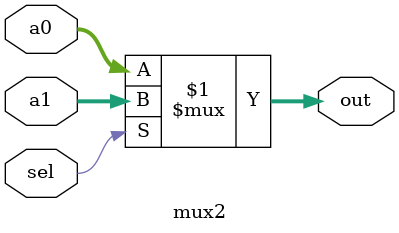
<source format=sv>
module mux2 (
	input logic [31:0] a0, a1,
	input logic sel,
	output logic [31:0] out
);
	assign out = sel? a1 : a0;
	
endmodule
	

</source>
